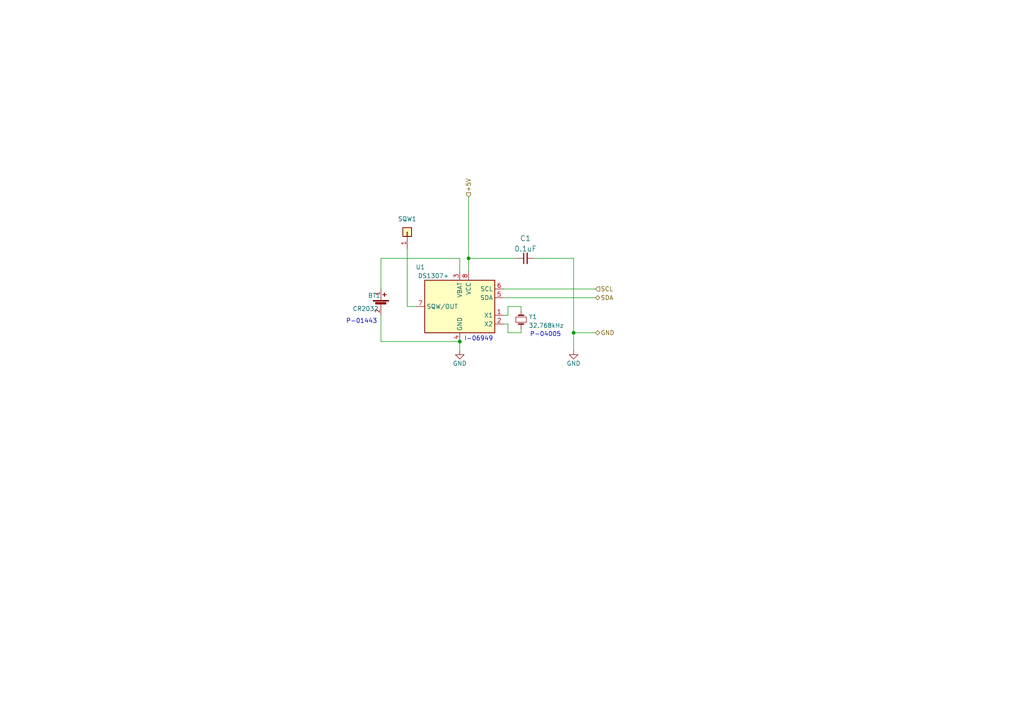
<source format=kicad_sch>
(kicad_sch (version 20230121) (generator eeschema)
  (paper "A4")
  (title_block (title "RTC回路") (date "2022-08-02") (rev "1.00") (company "HOLLY&Co.,Ltd."))
  (lib_symbols
    (symbol "Connector_Generic:Conn_01x01" (pin_names (offset 1.016) hide)
      (property "Reference" "J" (at 0 2.54 0))
      (property "Value" "Conn_01x01" (at 0 -2.54 0))
      (symbol "Conn_01x01_1_1"
        (rectangle (start -1.27 0.127) (end 0 -0.127) (stroke (width 0.1524)))
        (rectangle (start -1.27 1.27) (end 1.27 -1.27) (stroke (width 0.254)) (fill (type background)))
        (pin passive line (at -5.08 0 0) (length 3.81) (name "Pin_1") (number "1"))
      )
    )
    (symbol "Device:Battery_Cell" (pin_names (offset 0) hide)
      (property "Reference" "BT" (at 2.54 2.54 0))
      (property "Value" "Battery_Cell" (at 2.54 0 0))
      (symbol "Battery_Cell_0_1"
        (rectangle (start -2.286 1.778) (end 2.286 1.524) (fill (type outline)))
        (rectangle (start -1.5748 1.1938) (end 1.4732 0.6858) (fill (type outline)))
        (polyline (pts (xy 0 0.762) (xy 0 0)))
        (polyline (pts (xy 0 1.778) (xy 0 2.54)))
        (polyline (pts (xy 0.508 3.429) (xy 1.524 3.429)) (stroke (width 0.254)))
        (polyline (pts (xy 1.016 3.937) (xy 1.016 2.921)) (stroke (width 0.254)))
      )
      (symbol "Battery_Cell_1_1"
        (pin passive line (at 0 5.08 270) (length 2.54) (name "+") (number "1"))
        (pin passive line (at 0 -2.54 90) (length 2.54) (name "-") (number "2"))
      )
    )
    (symbol "Device:C_Small" (pin_numbers hide) (pin_names (offset 0.254) hide)
      (property "Reference" "C" (at 0.254 1.778 0))
      (property "Value" "C_Small" (at 0.254 -2.032 0))
      (symbol "C_Small_0_1"
        (polyline (pts (xy -1.524 -0.508) (xy 1.524 -0.508)) (stroke (width 0.3302)))
        (polyline (pts (xy -1.524 0.508) (xy 1.524 0.508)) (stroke (width 0.3048)))
      )
      (symbol "C_Small_1_1"
        (pin passive line (at 0 2.54 270) (length 2.032) (name "~") (number "1"))
        (pin passive line (at 0 -2.54 90) (length 2.032) (name "~") (number "2"))
      )
    )
    (symbol "Device:Crystal_Small" (pin_numbers hide) (pin_names (offset 1.016) hide)
      (property "Reference" "Y" (at 0 2.54 0))
      (property "Value" "Crystal_Small" (at 0 -2.54 0))
      (symbol "Crystal_Small_0_1"
        (rectangle (start -0.762 -1.524) (end 0.762 1.524))
        (polyline (pts (xy -1.27 -0.762) (xy -1.27 0.762)) (stroke (width 0.381)))
        (polyline (pts (xy 1.27 -0.762) (xy 1.27 0.762)) (stroke (width 0.381)))
      )
      (symbol "Crystal_Small_1_1"
        (pin passive line (at -2.54 0 0) (length 1.27) (name "1") (number "1"))
        (pin passive line (at 2.54 0 180) (length 1.27) (name "2") (number "2"))
      )
    )
    (symbol "Timer_RTC:DS1307+"
      (property "Reference" "U" (at -8.89 8.89 0))
      (property "Value" "DS1307+" (at 1.27 8.89 0))
      (symbol "DS1307+_0_1"
        (rectangle (start -10.16 7.62) (end 10.16 -7.62) (stroke (width 0.254)) (fill (type background)))
      )
      (symbol "DS1307+_1_1"
        (pin input line (at -12.7 -2.54 0) (length 2.54) (name "X1") (number "1"))
        (pin input line (at -12.7 -5.08 0) (length 2.54) (name "X2") (number "2"))
        (pin power_in line (at 0 10.16 270) (length 2.54) (name "VBAT") (number "3"))
        (pin power_in line (at 0 -10.16 90) (length 2.54) (name "GND") (number "4"))
        (pin bidirectional line (at -12.7 2.54 0) (length 2.54) (name "SDA") (number "5"))
        (pin input line (at -12.7 5.08 0) (length 2.54) (name "SCL") (number "6"))
        (pin open_collector line (at 12.7 0 180) (length 2.54) (name "SQW/OUT") (number "7"))
        (pin power_in line (at -2.54 10.16 270) (length 2.54) (name "VCC") (number "8"))
      )
    )
    (symbol "power:GND" (power) (pin_names (offset 0))
      (property "Value" "GND" (at 0 -3.81 0))
      (symbol "GND_0_1"
        (polyline (pts (xy 0 0) (xy 0 -1.27) (xy 1.27 -1.27) (xy 0 -2.54) (xy -1.27 -1.27) (xy 0 -1.27)))
      )
      (symbol "GND_1_1"
        (pin power_in line (at 0 0 270) (length 0) hide (name "GND") (number "1"))
      )
    )
  )
  (junction (at 166.37 96.52))
  (junction (at 135.89 74.93))
  (junction (at 133.35 99.06))
  (wire (pts (xy 133.35 99.06) (xy 133.35 101.6)))
  (wire (pts (xy 110.49 74.93) (xy 110.49 83.82)))
  (wire (pts (xy 147.32 96.52) (xy 151.13 96.52)))
  (wire (pts (xy 118.11 88.9) (xy 120.65 88.9)))
  (wire (pts (xy 133.35 74.93) (xy 110.49 74.93)))
  (wire (pts (xy 154.94 74.93) (xy 166.37 74.93)))
  (wire (pts (xy 147.32 91.44) (xy 147.32 88.9)))
  (wire (pts (xy 146.05 83.82) (xy 172.72 83.82)))
  (wire (pts (xy 147.32 93.98) (xy 147.32 96.52)))
  (wire (pts (xy 146.05 91.44) (xy 147.32 91.44)))
  (wire (pts (xy 166.37 96.52) (xy 166.37 101.6)))
  (wire (pts (xy 118.11 72.39) (xy 118.11 88.9)))
  (wire (pts (xy 135.89 57.15) (xy 135.89 74.93)))
  (wire (pts (xy 135.89 74.93) (xy 135.89 78.74)))
  (wire (pts (xy 110.49 91.44) (xy 110.49 99.06)))
  (wire (pts (xy 146.05 93.98) (xy 147.32 93.98)))
  (wire (pts (xy 135.89 74.93) (xy 149.86 74.93)))
  (wire (pts (xy 166.37 96.52) (xy 172.72 96.52)))
  (wire (pts (xy 110.49 99.06) (xy 133.35 99.06)))
  (wire (pts (xy 146.05 86.36) (xy 172.72 86.36)))
  (wire (pts (xy 151.13 88.9) (xy 151.13 90.17)))
  (wire (pts (xy 166.37 74.93) (xy 166.37 96.52)))
  (wire (pts (xy 151.13 96.52) (xy 151.13 95.25)))
  (wire (pts (xy 133.35 74.93) (xy 133.35 78.74)))
  (wire (pts (xy 147.32 88.9) (xy 151.13 88.9)))
  (text "P-01443" (at 100.33 93.98 0) (effects (font (size 1.27 1.27)) (justify left bottom)))
  (text "I-06949" (at 134.62 99.06 0) (effects (font (size 1.27 1.27)) (justify left bottom)))
  (text "P-04005" (at 153.67 97.79 0) (effects (font (size 1.27 1.27)) (justify left bottom)))
  (hierarchical_label "SDA" (shape bidirectional) (at 172.72 86.36 0))
  (hierarchical_label "+5V" (shape input) (at 135.89 57.15 90))
  (hierarchical_label "GND" (shape bidirectional) (at 172.72 96.52 0))
  (hierarchical_label "SCL" (shape input) (at 172.72 83.82 0))
  (symbol (lib_id "power:GND") (at 133.35 101.6 0) (unit 1)
    (property "Reference" "#PWR0161" (effects hide))
    (property "Value" "GND" (at 133.35 105.41 0))
  )
  (symbol (lib_id "Connector_Generic:Conn_01x01") (at 118.11 67.31 270) (mirror x) (unit 1)
    (property "Reference" "SQW1" (at 118.11 63.5 90))
    (property "Value" "Conn_01x01" (effects hide))
    (property "Footprint" "Connector_Pin:Pin_D0.9mm_L10.0mm_W2.4mm_FlatFork" (effects hide))
  )
  (symbol (lib_id "Device:Crystal_Small") (at 151.13 92.71 270) (unit 1)
    (property "Reference" "Y1" (at 153.289 91.8753 90) (effects (justify left)))
    (property "Value" "32.768kHz" (at 153.289 94.4122 90) (effects (justify left)))
    (property "Footprint" "Crystal:Crystal_C26-LF_D2.1mm_L6.5mm_Horizontal" (effects hide))
  )
  (symbol (lib_id "power:GND") (at 166.37 101.6 0) (unit 1)
    (property "Reference" "#PWR0106" (effects hide))
    (property "Value" "GND" (at 166.37 105.41 0))
  )
  (symbol (lib_id "Device:C_Small") (at 152.4 74.93 90) (unit 1)
    (property "Reference" "C1" (at 152.4063 69.1568 90) (effects (font (size 1.524 1.524))))
    (property "Value" "0.1uF" (at 152.4063 72.1502 90) (effects (font (size 1.524 1.524))))
    (property "Footprint" "Capacitor_THT:C_Disc_D3.0mm_W2.0mm_P2.50mm" (effects hide))
    (property "Datasheet" "https://akizukidenshi.com/download/ds/murata/RDER71H104K0P1H03B.pdf" (effects hide))
    (property "AKICODE" "P-17292" (effects hide))
  )
  (symbol (lib_id "Device:Battery_Cell") (at 110.49 88.9 0) (unit 1)
    (property "Reference" "BT1" (at 106.68 85.725 0) (effects (justify left)))
    (property "Value" "CR2032" (at 102.235 89.535 0) (effects (justify left)))
    (property "Footprint" "Akizuki:CH74-2032LF" (effects hide))
    (property "AKICODE" "P-01443" (effects hide))
  )
  (symbol (lib_id "Timer_RTC:DS1307+") (at 133.35 88.9 0) (mirror y) (unit 1)
    (property "Reference" "U1" (at 121.92 77.47 0))
    (property "Value" "DS1307+" (at 125.73 80.01 0))
    (property "Footprint" "Package_DIP:DIP-8_W7.62mm_LongPads" (effects hide))
    (property "Datasheet" "https://datasheets.maximintegrated.com/en/ds/DS1307.pdf" (effects hide))
  )
)
</source>
